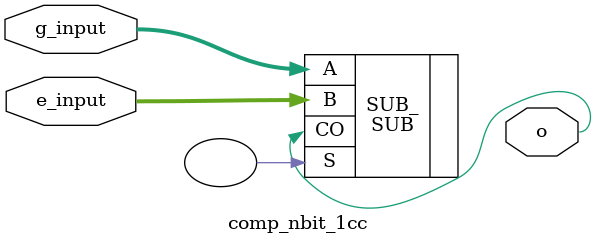
<source format=sv>
`timescale 1ns / 1ps

module comp_nbit_1cc #(parameter N = 8)(
	input	[N-1:0]	g_input,
	input	[N-1:0]	e_input,
	output		 	o
);	 
	 
	SUB #(.N(N)) SUB_(
		.A(g_input),
		.B(e_input),
		.S(), 
		.CO(o)
	);

endmodule
</source>
